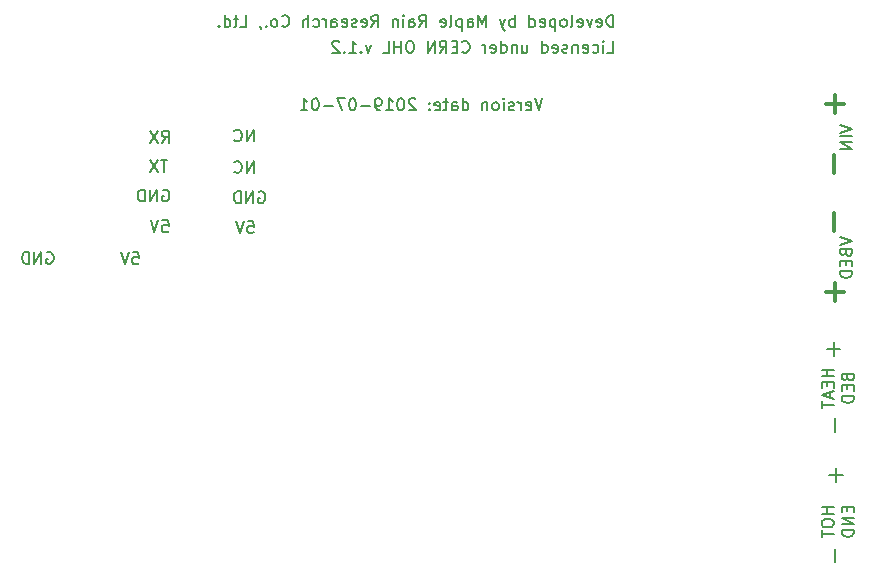
<source format=gbo>
G04 #@! TF.GenerationSoftware,KiCad,Pcbnew,5.0.2-bee76a0~70~ubuntu18.04.1*
G04 #@! TF.CreationDate,2019-07-27T20:10:28+09:00*
G04 #@! TF.ProjectId,MRR_ESPE,4d52525f-4553-4504-952e-6b696361645f,v0.4*
G04 #@! TF.SameCoordinates,Original*
G04 #@! TF.FileFunction,Legend,Bot*
G04 #@! TF.FilePolarity,Positive*
%FSLAX46Y46*%
G04 Gerber Fmt 4.6, Leading zero omitted, Abs format (unit mm)*
G04 Created by KiCad (PCBNEW 5.0.2-bee76a0~70~ubuntu18.04.1) date Sat 27 Jul 2019 08:10:28 PM JST*
%MOMM*%
%LPD*%
G01*
G04 APERTURE LIST*
%ADD10C,0.200000*%
%ADD11C,0.300000*%
G04 APERTURE END LIST*
D10*
X139084142Y-98615428D02*
X139084142Y-97472571D01*
D11*
X139004857Y-70611904D02*
X139004857Y-69088095D01*
D10*
X72389904Y-72398000D02*
X72485142Y-72350380D01*
X72628000Y-72350380D01*
X72770857Y-72398000D01*
X72866095Y-72493238D01*
X72913714Y-72588476D01*
X72961333Y-72778952D01*
X72961333Y-72921809D01*
X72913714Y-73112285D01*
X72866095Y-73207523D01*
X72770857Y-73302761D01*
X72628000Y-73350380D01*
X72532761Y-73350380D01*
X72389904Y-73302761D01*
X72342285Y-73255142D01*
X72342285Y-72921809D01*
X72532761Y-72921809D01*
X71913714Y-73350380D02*
X71913714Y-72350380D01*
X71342285Y-73350380D01*
X71342285Y-72350380D01*
X70866095Y-73350380D02*
X70866095Y-72350380D01*
X70628000Y-72350380D01*
X70485142Y-72398000D01*
X70389904Y-72493238D01*
X70342285Y-72588476D01*
X70294666Y-72778952D01*
X70294666Y-72921809D01*
X70342285Y-73112285D01*
X70389904Y-73207523D01*
X70485142Y-73302761D01*
X70628000Y-73350380D01*
X70866095Y-73350380D01*
X79656476Y-72398380D02*
X80132666Y-72398380D01*
X80180285Y-72874571D01*
X80132666Y-72826952D01*
X80037428Y-72779333D01*
X79799333Y-72779333D01*
X79704095Y-72826952D01*
X79656476Y-72874571D01*
X79608857Y-72969809D01*
X79608857Y-73207904D01*
X79656476Y-73303142D01*
X79704095Y-73350761D01*
X79799333Y-73398380D01*
X80037428Y-73398380D01*
X80132666Y-73350761D01*
X80180285Y-73303142D01*
X79323142Y-72398380D02*
X78989809Y-73398380D01*
X78656476Y-72398380D01*
X139004380Y-93985523D02*
X138004380Y-93985523D01*
X138480571Y-93985523D02*
X138480571Y-94556952D01*
X139004380Y-94556952D02*
X138004380Y-94556952D01*
X138004380Y-95223619D02*
X138004380Y-95414095D01*
X138052000Y-95509333D01*
X138147238Y-95604571D01*
X138337714Y-95652190D01*
X138671047Y-95652190D01*
X138861523Y-95604571D01*
X138956761Y-95509333D01*
X139004380Y-95414095D01*
X139004380Y-95223619D01*
X138956761Y-95128380D01*
X138861523Y-95033142D01*
X138671047Y-94985523D01*
X138337714Y-94985523D01*
X138147238Y-95033142D01*
X138052000Y-95128380D01*
X138004380Y-95223619D01*
X138004380Y-95937904D02*
X138004380Y-96509333D01*
X139004380Y-96223619D02*
X138004380Y-96223619D01*
X140180571Y-93937904D02*
X140180571Y-94271238D01*
X140704380Y-94414095D02*
X140704380Y-93937904D01*
X139704380Y-93937904D01*
X139704380Y-94414095D01*
X140704380Y-94842666D02*
X139704380Y-94842666D01*
X140704380Y-95414095D01*
X139704380Y-95414095D01*
X140704380Y-95890285D02*
X139704380Y-95890285D01*
X139704380Y-96128380D01*
X139752000Y-96271238D01*
X139847238Y-96366476D01*
X139942476Y-96414095D01*
X140132952Y-96461714D01*
X140275809Y-96461714D01*
X140466285Y-96414095D01*
X140561523Y-96366476D01*
X140656761Y-96271238D01*
X140704380Y-96128380D01*
X140704380Y-95890285D01*
X139004380Y-82328380D02*
X138004380Y-82328380D01*
X138480571Y-82328380D02*
X138480571Y-82899809D01*
X139004380Y-82899809D02*
X138004380Y-82899809D01*
X138480571Y-83376000D02*
X138480571Y-83709333D01*
X139004380Y-83852190D02*
X139004380Y-83376000D01*
X138004380Y-83376000D01*
X138004380Y-83852190D01*
X138718666Y-84233142D02*
X138718666Y-84709333D01*
X139004380Y-84137904D02*
X138004380Y-84471238D01*
X139004380Y-84804571D01*
X138004380Y-84995047D02*
X138004380Y-85566476D01*
X139004380Y-85280761D02*
X138004380Y-85280761D01*
X140180571Y-82995047D02*
X140228190Y-83137904D01*
X140275809Y-83185523D01*
X140371047Y-83233142D01*
X140513904Y-83233142D01*
X140609142Y-83185523D01*
X140656761Y-83137904D01*
X140704380Y-83042666D01*
X140704380Y-82661714D01*
X139704380Y-82661714D01*
X139704380Y-82995047D01*
X139752000Y-83090285D01*
X139799619Y-83137904D01*
X139894857Y-83185523D01*
X139990095Y-83185523D01*
X140085333Y-83137904D01*
X140132952Y-83090285D01*
X140180571Y-82995047D01*
X140180571Y-82661714D01*
X140180571Y-83661714D02*
X140180571Y-83995047D01*
X140704380Y-84137904D02*
X140704380Y-83661714D01*
X139704380Y-83661714D01*
X139704380Y-84137904D01*
X140704380Y-84566476D02*
X139704380Y-84566476D01*
X139704380Y-84804571D01*
X139752000Y-84947428D01*
X139847238Y-85042666D01*
X139942476Y-85090285D01*
X140132952Y-85137904D01*
X140275809Y-85137904D01*
X140466285Y-85090285D01*
X140561523Y-85042666D01*
X140656761Y-84947428D01*
X140704380Y-84804571D01*
X140704380Y-84566476D01*
X139554380Y-71090285D02*
X140554380Y-71423619D01*
X139554380Y-71756952D01*
X140030571Y-72423619D02*
X140078190Y-72566476D01*
X140125809Y-72614095D01*
X140221047Y-72661714D01*
X140363904Y-72661714D01*
X140459142Y-72614095D01*
X140506761Y-72566476D01*
X140554380Y-72471238D01*
X140554380Y-72090285D01*
X139554380Y-72090285D01*
X139554380Y-72423619D01*
X139602000Y-72518857D01*
X139649619Y-72566476D01*
X139744857Y-72614095D01*
X139840095Y-72614095D01*
X139935333Y-72566476D01*
X139982952Y-72518857D01*
X140030571Y-72423619D01*
X140030571Y-72090285D01*
X140030571Y-73090285D02*
X140030571Y-73423619D01*
X140554380Y-73566476D02*
X140554380Y-73090285D01*
X139554380Y-73090285D01*
X139554380Y-73566476D01*
X140554380Y-73995047D02*
X139554380Y-73995047D01*
X139554380Y-74233142D01*
X139602000Y-74376000D01*
X139697238Y-74471238D01*
X139792476Y-74518857D01*
X139982952Y-74566476D01*
X140125809Y-74566476D01*
X140316285Y-74518857D01*
X140411523Y-74471238D01*
X140506761Y-74376000D01*
X140554380Y-74233142D01*
X140554380Y-73995047D01*
X139554380Y-61580761D02*
X140554380Y-61914095D01*
X139554380Y-62247428D01*
X140554380Y-62580761D02*
X139554380Y-62580761D01*
X140554380Y-63056952D02*
X139554380Y-63056952D01*
X140554380Y-63628380D01*
X139554380Y-63628380D01*
X139194142Y-91812428D02*
X139194142Y-90669571D01*
X139765571Y-91241000D02*
X138622714Y-91241000D01*
X139009142Y-81132428D02*
X139009142Y-79989571D01*
X139580571Y-80561000D02*
X138437714Y-80561000D01*
X139084142Y-87582428D02*
X139084142Y-86439571D01*
D11*
X138350095Y-59848857D02*
X139873904Y-59848857D01*
X139112000Y-60610761D02*
X139112000Y-59086952D01*
X139004857Y-65667904D02*
X139004857Y-64144095D01*
X138390095Y-75738857D02*
X139913904Y-75738857D01*
X139152000Y-76500761D02*
X139152000Y-74976952D01*
D10*
X114355714Y-59350380D02*
X114022380Y-60350380D01*
X113689047Y-59350380D01*
X112974761Y-60302761D02*
X113070000Y-60350380D01*
X113260476Y-60350380D01*
X113355714Y-60302761D01*
X113403333Y-60207523D01*
X113403333Y-59826571D01*
X113355714Y-59731333D01*
X113260476Y-59683714D01*
X113070000Y-59683714D01*
X112974761Y-59731333D01*
X112927142Y-59826571D01*
X112927142Y-59921809D01*
X113403333Y-60017047D01*
X112498571Y-60350380D02*
X112498571Y-59683714D01*
X112498571Y-59874190D02*
X112450952Y-59778952D01*
X112403333Y-59731333D01*
X112308095Y-59683714D01*
X112212857Y-59683714D01*
X111927142Y-60302761D02*
X111831904Y-60350380D01*
X111641428Y-60350380D01*
X111546190Y-60302761D01*
X111498571Y-60207523D01*
X111498571Y-60159904D01*
X111546190Y-60064666D01*
X111641428Y-60017047D01*
X111784285Y-60017047D01*
X111879523Y-59969428D01*
X111927142Y-59874190D01*
X111927142Y-59826571D01*
X111879523Y-59731333D01*
X111784285Y-59683714D01*
X111641428Y-59683714D01*
X111546190Y-59731333D01*
X111069999Y-60350380D02*
X111069999Y-59683714D01*
X111069999Y-59350380D02*
X111117619Y-59398000D01*
X111069999Y-59445619D01*
X111022380Y-59398000D01*
X111069999Y-59350380D01*
X111069999Y-59445619D01*
X110450952Y-60350380D02*
X110546190Y-60302761D01*
X110593809Y-60255142D01*
X110641428Y-60159904D01*
X110641428Y-59874190D01*
X110593809Y-59778952D01*
X110546190Y-59731333D01*
X110450952Y-59683714D01*
X110308095Y-59683714D01*
X110212857Y-59731333D01*
X110165238Y-59778952D01*
X110117619Y-59874190D01*
X110117619Y-60159904D01*
X110165238Y-60255142D01*
X110212857Y-60302761D01*
X110308095Y-60350380D01*
X110450952Y-60350380D01*
X109689047Y-59683714D02*
X109689047Y-60350380D01*
X109689047Y-59778952D02*
X109641428Y-59731333D01*
X109546190Y-59683714D01*
X109403333Y-59683714D01*
X109308095Y-59731333D01*
X109260476Y-59826571D01*
X109260476Y-60350380D01*
X107593809Y-60350380D02*
X107593809Y-59350380D01*
X107593809Y-60302761D02*
X107689047Y-60350380D01*
X107879523Y-60350380D01*
X107974761Y-60302761D01*
X108022380Y-60255142D01*
X108069999Y-60159904D01*
X108069999Y-59874190D01*
X108022380Y-59778952D01*
X107974761Y-59731333D01*
X107879523Y-59683714D01*
X107689047Y-59683714D01*
X107593809Y-59731333D01*
X106689047Y-60350380D02*
X106689047Y-59826571D01*
X106736666Y-59731333D01*
X106831904Y-59683714D01*
X107022380Y-59683714D01*
X107117619Y-59731333D01*
X106689047Y-60302761D02*
X106784285Y-60350380D01*
X107022380Y-60350380D01*
X107117619Y-60302761D01*
X107165238Y-60207523D01*
X107165238Y-60112285D01*
X107117619Y-60017047D01*
X107022380Y-59969428D01*
X106784285Y-59969428D01*
X106689047Y-59921809D01*
X106355714Y-59683714D02*
X105974761Y-59683714D01*
X106212857Y-59350380D02*
X106212857Y-60207523D01*
X106165238Y-60302761D01*
X106069999Y-60350380D01*
X105974761Y-60350380D01*
X105260476Y-60302761D02*
X105355714Y-60350380D01*
X105546190Y-60350380D01*
X105641428Y-60302761D01*
X105689047Y-60207523D01*
X105689047Y-59826571D01*
X105641428Y-59731333D01*
X105546190Y-59683714D01*
X105355714Y-59683714D01*
X105260476Y-59731333D01*
X105212857Y-59826571D01*
X105212857Y-59921809D01*
X105689047Y-60017047D01*
X104784285Y-60255142D02*
X104736666Y-60302761D01*
X104784285Y-60350380D01*
X104831904Y-60302761D01*
X104784285Y-60255142D01*
X104784285Y-60350380D01*
X104784285Y-59731333D02*
X104736666Y-59778952D01*
X104784285Y-59826571D01*
X104831904Y-59778952D01*
X104784285Y-59731333D01*
X104784285Y-59826571D01*
X103593809Y-59445619D02*
X103546190Y-59398000D01*
X103450952Y-59350380D01*
X103212857Y-59350380D01*
X103117619Y-59398000D01*
X103069999Y-59445619D01*
X103022380Y-59540857D01*
X103022380Y-59636095D01*
X103069999Y-59778952D01*
X103641428Y-60350380D01*
X103022380Y-60350380D01*
X102403333Y-59350380D02*
X102308095Y-59350380D01*
X102212857Y-59398000D01*
X102165238Y-59445619D01*
X102117619Y-59540857D01*
X102069999Y-59731333D01*
X102069999Y-59969428D01*
X102117619Y-60159904D01*
X102165238Y-60255142D01*
X102212857Y-60302761D01*
X102308095Y-60350380D01*
X102403333Y-60350380D01*
X102498571Y-60302761D01*
X102546190Y-60255142D01*
X102593809Y-60159904D01*
X102641428Y-59969428D01*
X102641428Y-59731333D01*
X102593809Y-59540857D01*
X102546190Y-59445619D01*
X102498571Y-59398000D01*
X102403333Y-59350380D01*
X101117619Y-60350380D02*
X101689047Y-60350380D01*
X101403333Y-60350380D02*
X101403333Y-59350380D01*
X101498571Y-59493238D01*
X101593809Y-59588476D01*
X101689047Y-59636095D01*
X100641428Y-60350380D02*
X100450952Y-60350380D01*
X100355714Y-60302761D01*
X100308095Y-60255142D01*
X100212857Y-60112285D01*
X100165238Y-59921809D01*
X100165238Y-59540857D01*
X100212857Y-59445619D01*
X100260476Y-59398000D01*
X100355714Y-59350380D01*
X100546190Y-59350380D01*
X100641428Y-59398000D01*
X100689047Y-59445619D01*
X100736666Y-59540857D01*
X100736666Y-59778952D01*
X100689047Y-59874190D01*
X100641428Y-59921809D01*
X100546190Y-59969428D01*
X100355714Y-59969428D01*
X100260476Y-59921809D01*
X100212857Y-59874190D01*
X100165238Y-59778952D01*
X99736666Y-59969428D02*
X98974761Y-59969428D01*
X98308095Y-59350380D02*
X98212857Y-59350380D01*
X98117619Y-59398000D01*
X98069999Y-59445619D01*
X98022380Y-59540857D01*
X97974761Y-59731333D01*
X97974761Y-59969428D01*
X98022380Y-60159904D01*
X98069999Y-60255142D01*
X98117619Y-60302761D01*
X98212857Y-60350380D01*
X98308095Y-60350380D01*
X98403333Y-60302761D01*
X98450952Y-60255142D01*
X98498571Y-60159904D01*
X98546190Y-59969428D01*
X98546190Y-59731333D01*
X98498571Y-59540857D01*
X98450952Y-59445619D01*
X98403333Y-59398000D01*
X98308095Y-59350380D01*
X97641428Y-59350380D02*
X96974761Y-59350380D01*
X97403333Y-60350380D01*
X96593809Y-59969428D02*
X95831904Y-59969428D01*
X95165238Y-59350380D02*
X95069999Y-59350380D01*
X94974761Y-59398000D01*
X94927142Y-59445619D01*
X94879523Y-59540857D01*
X94831904Y-59731333D01*
X94831904Y-59969428D01*
X94879523Y-60159904D01*
X94927142Y-60255142D01*
X94974761Y-60302761D01*
X95069999Y-60350380D01*
X95165238Y-60350380D01*
X95260476Y-60302761D01*
X95308095Y-60255142D01*
X95355714Y-60159904D01*
X95403333Y-59969428D01*
X95403333Y-59731333D01*
X95355714Y-59540857D01*
X95308095Y-59445619D01*
X95260476Y-59398000D01*
X95165238Y-59350380D01*
X93879523Y-60350380D02*
X94450952Y-60350380D01*
X94165238Y-60350380D02*
X94165238Y-59350380D01*
X94260476Y-59493238D01*
X94355714Y-59588476D01*
X94450952Y-59636095D01*
X120350476Y-53310380D02*
X120350476Y-52310380D01*
X120112380Y-52310380D01*
X119969523Y-52358000D01*
X119874285Y-52453238D01*
X119826666Y-52548476D01*
X119779047Y-52738952D01*
X119779047Y-52881809D01*
X119826666Y-53072285D01*
X119874285Y-53167523D01*
X119969523Y-53262761D01*
X120112380Y-53310380D01*
X120350476Y-53310380D01*
X118969523Y-53262761D02*
X119064761Y-53310380D01*
X119255238Y-53310380D01*
X119350476Y-53262761D01*
X119398095Y-53167523D01*
X119398095Y-52786571D01*
X119350476Y-52691333D01*
X119255238Y-52643714D01*
X119064761Y-52643714D01*
X118969523Y-52691333D01*
X118921904Y-52786571D01*
X118921904Y-52881809D01*
X119398095Y-52977047D01*
X118588571Y-52643714D02*
X118350476Y-53310380D01*
X118112380Y-52643714D01*
X117350476Y-53262761D02*
X117445714Y-53310380D01*
X117636190Y-53310380D01*
X117731428Y-53262761D01*
X117779047Y-53167523D01*
X117779047Y-52786571D01*
X117731428Y-52691333D01*
X117636190Y-52643714D01*
X117445714Y-52643714D01*
X117350476Y-52691333D01*
X117302857Y-52786571D01*
X117302857Y-52881809D01*
X117779047Y-52977047D01*
X116731428Y-53310380D02*
X116826666Y-53262761D01*
X116874285Y-53167523D01*
X116874285Y-52310380D01*
X116207619Y-53310380D02*
X116302857Y-53262761D01*
X116350476Y-53215142D01*
X116398095Y-53119904D01*
X116398095Y-52834190D01*
X116350476Y-52738952D01*
X116302857Y-52691333D01*
X116207619Y-52643714D01*
X116064761Y-52643714D01*
X115969523Y-52691333D01*
X115921904Y-52738952D01*
X115874285Y-52834190D01*
X115874285Y-53119904D01*
X115921904Y-53215142D01*
X115969523Y-53262761D01*
X116064761Y-53310380D01*
X116207619Y-53310380D01*
X115445714Y-52643714D02*
X115445714Y-53643714D01*
X115445714Y-52691333D02*
X115350476Y-52643714D01*
X115160000Y-52643714D01*
X115064761Y-52691333D01*
X115017142Y-52738952D01*
X114969523Y-52834190D01*
X114969523Y-53119904D01*
X115017142Y-53215142D01*
X115064761Y-53262761D01*
X115160000Y-53310380D01*
X115350476Y-53310380D01*
X115445714Y-53262761D01*
X114160000Y-53262761D02*
X114255238Y-53310380D01*
X114445714Y-53310380D01*
X114540952Y-53262761D01*
X114588571Y-53167523D01*
X114588571Y-52786571D01*
X114540952Y-52691333D01*
X114445714Y-52643714D01*
X114255238Y-52643714D01*
X114160000Y-52691333D01*
X114112380Y-52786571D01*
X114112380Y-52881809D01*
X114588571Y-52977047D01*
X113255238Y-53310380D02*
X113255238Y-52310380D01*
X113255238Y-53262761D02*
X113350476Y-53310380D01*
X113540952Y-53310380D01*
X113636190Y-53262761D01*
X113683809Y-53215142D01*
X113731428Y-53119904D01*
X113731428Y-52834190D01*
X113683809Y-52738952D01*
X113636190Y-52691333D01*
X113540952Y-52643714D01*
X113350476Y-52643714D01*
X113255238Y-52691333D01*
X112017142Y-53310380D02*
X112017142Y-52310380D01*
X112017142Y-52691333D02*
X111921904Y-52643714D01*
X111731428Y-52643714D01*
X111636190Y-52691333D01*
X111588571Y-52738952D01*
X111540952Y-52834190D01*
X111540952Y-53119904D01*
X111588571Y-53215142D01*
X111636190Y-53262761D01*
X111731428Y-53310380D01*
X111921904Y-53310380D01*
X112017142Y-53262761D01*
X111207619Y-52643714D02*
X110969523Y-53310380D01*
X110731428Y-52643714D02*
X110969523Y-53310380D01*
X111064761Y-53548476D01*
X111112380Y-53596095D01*
X111207619Y-53643714D01*
X109588571Y-53310380D02*
X109588571Y-52310380D01*
X109255238Y-53024666D01*
X108921904Y-52310380D01*
X108921904Y-53310380D01*
X108017142Y-53310380D02*
X108017142Y-52786571D01*
X108064761Y-52691333D01*
X108160000Y-52643714D01*
X108350476Y-52643714D01*
X108445714Y-52691333D01*
X108017142Y-53262761D02*
X108112380Y-53310380D01*
X108350476Y-53310380D01*
X108445714Y-53262761D01*
X108493333Y-53167523D01*
X108493333Y-53072285D01*
X108445714Y-52977047D01*
X108350476Y-52929428D01*
X108112380Y-52929428D01*
X108017142Y-52881809D01*
X107540952Y-52643714D02*
X107540952Y-53643714D01*
X107540952Y-52691333D02*
X107445714Y-52643714D01*
X107255238Y-52643714D01*
X107160000Y-52691333D01*
X107112380Y-52738952D01*
X107064761Y-52834190D01*
X107064761Y-53119904D01*
X107112380Y-53215142D01*
X107160000Y-53262761D01*
X107255238Y-53310380D01*
X107445714Y-53310380D01*
X107540952Y-53262761D01*
X106493333Y-53310380D02*
X106588571Y-53262761D01*
X106636190Y-53167523D01*
X106636190Y-52310380D01*
X105731428Y-53262761D02*
X105826666Y-53310380D01*
X106017142Y-53310380D01*
X106112380Y-53262761D01*
X106160000Y-53167523D01*
X106160000Y-52786571D01*
X106112380Y-52691333D01*
X106017142Y-52643714D01*
X105826666Y-52643714D01*
X105731428Y-52691333D01*
X105683809Y-52786571D01*
X105683809Y-52881809D01*
X106160000Y-52977047D01*
X103921904Y-53310380D02*
X104255238Y-52834190D01*
X104493333Y-53310380D02*
X104493333Y-52310380D01*
X104112380Y-52310380D01*
X104017142Y-52358000D01*
X103969523Y-52405619D01*
X103921904Y-52500857D01*
X103921904Y-52643714D01*
X103969523Y-52738952D01*
X104017142Y-52786571D01*
X104112380Y-52834190D01*
X104493333Y-52834190D01*
X103064761Y-53310380D02*
X103064761Y-52786571D01*
X103112380Y-52691333D01*
X103207619Y-52643714D01*
X103398095Y-52643714D01*
X103493333Y-52691333D01*
X103064761Y-53262761D02*
X103160000Y-53310380D01*
X103398095Y-53310380D01*
X103493333Y-53262761D01*
X103540952Y-53167523D01*
X103540952Y-53072285D01*
X103493333Y-52977047D01*
X103398095Y-52929428D01*
X103160000Y-52929428D01*
X103064761Y-52881809D01*
X102588571Y-53310380D02*
X102588571Y-52643714D01*
X102588571Y-52310380D02*
X102636190Y-52358000D01*
X102588571Y-52405619D01*
X102540952Y-52358000D01*
X102588571Y-52310380D01*
X102588571Y-52405619D01*
X102112380Y-52643714D02*
X102112380Y-53310380D01*
X102112380Y-52738952D02*
X102064761Y-52691333D01*
X101969523Y-52643714D01*
X101826666Y-52643714D01*
X101731428Y-52691333D01*
X101683809Y-52786571D01*
X101683809Y-53310380D01*
X99874285Y-53310380D02*
X100207619Y-52834190D01*
X100445714Y-53310380D02*
X100445714Y-52310380D01*
X100064761Y-52310380D01*
X99969523Y-52358000D01*
X99921904Y-52405619D01*
X99874285Y-52500857D01*
X99874285Y-52643714D01*
X99921904Y-52738952D01*
X99969523Y-52786571D01*
X100064761Y-52834190D01*
X100445714Y-52834190D01*
X99064761Y-53262761D02*
X99160000Y-53310380D01*
X99350476Y-53310380D01*
X99445714Y-53262761D01*
X99493333Y-53167523D01*
X99493333Y-52786571D01*
X99445714Y-52691333D01*
X99350476Y-52643714D01*
X99160000Y-52643714D01*
X99064761Y-52691333D01*
X99017142Y-52786571D01*
X99017142Y-52881809D01*
X99493333Y-52977047D01*
X98636190Y-53262761D02*
X98540952Y-53310380D01*
X98350476Y-53310380D01*
X98255238Y-53262761D01*
X98207619Y-53167523D01*
X98207619Y-53119904D01*
X98255238Y-53024666D01*
X98350476Y-52977047D01*
X98493333Y-52977047D01*
X98588571Y-52929428D01*
X98636190Y-52834190D01*
X98636190Y-52786571D01*
X98588571Y-52691333D01*
X98493333Y-52643714D01*
X98350476Y-52643714D01*
X98255238Y-52691333D01*
X97398095Y-53262761D02*
X97493333Y-53310380D01*
X97683809Y-53310380D01*
X97779047Y-53262761D01*
X97826666Y-53167523D01*
X97826666Y-52786571D01*
X97779047Y-52691333D01*
X97683809Y-52643714D01*
X97493333Y-52643714D01*
X97398095Y-52691333D01*
X97350476Y-52786571D01*
X97350476Y-52881809D01*
X97826666Y-52977047D01*
X96493333Y-53310380D02*
X96493333Y-52786571D01*
X96540952Y-52691333D01*
X96636190Y-52643714D01*
X96826666Y-52643714D01*
X96921904Y-52691333D01*
X96493333Y-53262761D02*
X96588571Y-53310380D01*
X96826666Y-53310380D01*
X96921904Y-53262761D01*
X96969523Y-53167523D01*
X96969523Y-53072285D01*
X96921904Y-52977047D01*
X96826666Y-52929428D01*
X96588571Y-52929428D01*
X96493333Y-52881809D01*
X96017142Y-53310380D02*
X96017142Y-52643714D01*
X96017142Y-52834190D02*
X95969523Y-52738952D01*
X95921904Y-52691333D01*
X95826666Y-52643714D01*
X95731428Y-52643714D01*
X94969523Y-53262761D02*
X95064761Y-53310380D01*
X95255238Y-53310380D01*
X95350476Y-53262761D01*
X95398095Y-53215142D01*
X95445714Y-53119904D01*
X95445714Y-52834190D01*
X95398095Y-52738952D01*
X95350476Y-52691333D01*
X95255238Y-52643714D01*
X95064761Y-52643714D01*
X94969523Y-52691333D01*
X94540952Y-53310380D02*
X94540952Y-52310380D01*
X94112380Y-53310380D02*
X94112380Y-52786571D01*
X94160000Y-52691333D01*
X94255238Y-52643714D01*
X94398095Y-52643714D01*
X94493333Y-52691333D01*
X94540952Y-52738952D01*
X92302857Y-53215142D02*
X92350476Y-53262761D01*
X92493333Y-53310380D01*
X92588571Y-53310380D01*
X92731428Y-53262761D01*
X92826666Y-53167523D01*
X92874285Y-53072285D01*
X92921904Y-52881809D01*
X92921904Y-52738952D01*
X92874285Y-52548476D01*
X92826666Y-52453238D01*
X92731428Y-52358000D01*
X92588571Y-52310380D01*
X92493333Y-52310380D01*
X92350476Y-52358000D01*
X92302857Y-52405619D01*
X91731428Y-53310380D02*
X91826666Y-53262761D01*
X91874285Y-53215142D01*
X91921904Y-53119904D01*
X91921904Y-52834190D01*
X91874285Y-52738952D01*
X91826666Y-52691333D01*
X91731428Y-52643714D01*
X91588571Y-52643714D01*
X91493333Y-52691333D01*
X91445714Y-52738952D01*
X91398095Y-52834190D01*
X91398095Y-53119904D01*
X91445714Y-53215142D01*
X91493333Y-53262761D01*
X91588571Y-53310380D01*
X91731428Y-53310380D01*
X90969523Y-53215142D02*
X90921904Y-53262761D01*
X90969523Y-53310380D01*
X91017142Y-53262761D01*
X90969523Y-53215142D01*
X90969523Y-53310380D01*
X90445714Y-53262761D02*
X90445714Y-53310380D01*
X90493333Y-53405619D01*
X90540952Y-53453238D01*
X88779047Y-53310380D02*
X89255238Y-53310380D01*
X89255238Y-52310380D01*
X88588571Y-52643714D02*
X88207619Y-52643714D01*
X88445714Y-52310380D02*
X88445714Y-53167523D01*
X88398095Y-53262761D01*
X88302857Y-53310380D01*
X88207619Y-53310380D01*
X87445714Y-53310380D02*
X87445714Y-52310380D01*
X87445714Y-53262761D02*
X87540952Y-53310380D01*
X87731428Y-53310380D01*
X87826666Y-53262761D01*
X87874285Y-53215142D01*
X87921904Y-53119904D01*
X87921904Y-52834190D01*
X87874285Y-52738952D01*
X87826666Y-52691333D01*
X87731428Y-52643714D01*
X87540952Y-52643714D01*
X87445714Y-52691333D01*
X86969523Y-53215142D02*
X86921904Y-53262761D01*
X86969523Y-53310380D01*
X87017142Y-53262761D01*
X86969523Y-53215142D01*
X86969523Y-53310380D01*
X119850952Y-55490380D02*
X120327142Y-55490380D01*
X120327142Y-54490380D01*
X119517619Y-55490380D02*
X119517619Y-54823714D01*
X119517619Y-54490380D02*
X119565238Y-54538000D01*
X119517619Y-54585619D01*
X119470000Y-54538000D01*
X119517619Y-54490380D01*
X119517619Y-54585619D01*
X118612857Y-55442761D02*
X118708095Y-55490380D01*
X118898571Y-55490380D01*
X118993809Y-55442761D01*
X119041428Y-55395142D01*
X119089047Y-55299904D01*
X119089047Y-55014190D01*
X119041428Y-54918952D01*
X118993809Y-54871333D01*
X118898571Y-54823714D01*
X118708095Y-54823714D01*
X118612857Y-54871333D01*
X117803333Y-55442761D02*
X117898571Y-55490380D01*
X118089047Y-55490380D01*
X118184285Y-55442761D01*
X118231904Y-55347523D01*
X118231904Y-54966571D01*
X118184285Y-54871333D01*
X118089047Y-54823714D01*
X117898571Y-54823714D01*
X117803333Y-54871333D01*
X117755714Y-54966571D01*
X117755714Y-55061809D01*
X118231904Y-55157047D01*
X117327142Y-54823714D02*
X117327142Y-55490380D01*
X117327142Y-54918952D02*
X117279523Y-54871333D01*
X117184285Y-54823714D01*
X117041428Y-54823714D01*
X116946190Y-54871333D01*
X116898571Y-54966571D01*
X116898571Y-55490380D01*
X116470000Y-55442761D02*
X116374761Y-55490380D01*
X116184285Y-55490380D01*
X116089047Y-55442761D01*
X116041428Y-55347523D01*
X116041428Y-55299904D01*
X116089047Y-55204666D01*
X116184285Y-55157047D01*
X116327142Y-55157047D01*
X116422380Y-55109428D01*
X116470000Y-55014190D01*
X116470000Y-54966571D01*
X116422380Y-54871333D01*
X116327142Y-54823714D01*
X116184285Y-54823714D01*
X116089047Y-54871333D01*
X115231904Y-55442761D02*
X115327142Y-55490380D01*
X115517619Y-55490380D01*
X115612857Y-55442761D01*
X115660476Y-55347523D01*
X115660476Y-54966571D01*
X115612857Y-54871333D01*
X115517619Y-54823714D01*
X115327142Y-54823714D01*
X115231904Y-54871333D01*
X115184285Y-54966571D01*
X115184285Y-55061809D01*
X115660476Y-55157047D01*
X114327142Y-55490380D02*
X114327142Y-54490380D01*
X114327142Y-55442761D02*
X114422380Y-55490380D01*
X114612857Y-55490380D01*
X114708095Y-55442761D01*
X114755714Y-55395142D01*
X114803333Y-55299904D01*
X114803333Y-55014190D01*
X114755714Y-54918952D01*
X114708095Y-54871333D01*
X114612857Y-54823714D01*
X114422380Y-54823714D01*
X114327142Y-54871333D01*
X112660476Y-54823714D02*
X112660476Y-55490380D01*
X113089047Y-54823714D02*
X113089047Y-55347523D01*
X113041428Y-55442761D01*
X112946190Y-55490380D01*
X112803333Y-55490380D01*
X112708095Y-55442761D01*
X112660476Y-55395142D01*
X112184285Y-54823714D02*
X112184285Y-55490380D01*
X112184285Y-54918952D02*
X112136666Y-54871333D01*
X112041428Y-54823714D01*
X111898571Y-54823714D01*
X111803333Y-54871333D01*
X111755714Y-54966571D01*
X111755714Y-55490380D01*
X110850952Y-55490380D02*
X110850952Y-54490380D01*
X110850952Y-55442761D02*
X110946190Y-55490380D01*
X111136666Y-55490380D01*
X111231904Y-55442761D01*
X111279523Y-55395142D01*
X111327142Y-55299904D01*
X111327142Y-55014190D01*
X111279523Y-54918952D01*
X111231904Y-54871333D01*
X111136666Y-54823714D01*
X110946190Y-54823714D01*
X110850952Y-54871333D01*
X109993809Y-55442761D02*
X110089047Y-55490380D01*
X110279523Y-55490380D01*
X110374761Y-55442761D01*
X110422380Y-55347523D01*
X110422380Y-54966571D01*
X110374761Y-54871333D01*
X110279523Y-54823714D01*
X110089047Y-54823714D01*
X109993809Y-54871333D01*
X109946190Y-54966571D01*
X109946190Y-55061809D01*
X110422380Y-55157047D01*
X109517619Y-55490380D02*
X109517619Y-54823714D01*
X109517619Y-55014190D02*
X109470000Y-54918952D01*
X109422380Y-54871333D01*
X109327142Y-54823714D01*
X109231904Y-54823714D01*
X107565238Y-55395142D02*
X107612857Y-55442761D01*
X107755714Y-55490380D01*
X107850952Y-55490380D01*
X107993809Y-55442761D01*
X108089047Y-55347523D01*
X108136666Y-55252285D01*
X108184285Y-55061809D01*
X108184285Y-54918952D01*
X108136666Y-54728476D01*
X108089047Y-54633238D01*
X107993809Y-54538000D01*
X107850952Y-54490380D01*
X107755714Y-54490380D01*
X107612857Y-54538000D01*
X107565238Y-54585619D01*
X107136666Y-54966571D02*
X106803333Y-54966571D01*
X106660476Y-55490380D02*
X107136666Y-55490380D01*
X107136666Y-54490380D01*
X106660476Y-54490380D01*
X105660476Y-55490380D02*
X105993809Y-55014190D01*
X106231904Y-55490380D02*
X106231904Y-54490380D01*
X105850952Y-54490380D01*
X105755714Y-54538000D01*
X105708095Y-54585619D01*
X105660476Y-54680857D01*
X105660476Y-54823714D01*
X105708095Y-54918952D01*
X105755714Y-54966571D01*
X105850952Y-55014190D01*
X106231904Y-55014190D01*
X105231904Y-55490380D02*
X105231904Y-54490380D01*
X104660476Y-55490380D01*
X104660476Y-54490380D01*
X103231904Y-54490380D02*
X103041428Y-54490380D01*
X102946190Y-54538000D01*
X102850952Y-54633238D01*
X102803333Y-54823714D01*
X102803333Y-55157047D01*
X102850952Y-55347523D01*
X102946190Y-55442761D01*
X103041428Y-55490380D01*
X103231904Y-55490380D01*
X103327142Y-55442761D01*
X103422380Y-55347523D01*
X103470000Y-55157047D01*
X103470000Y-54823714D01*
X103422380Y-54633238D01*
X103327142Y-54538000D01*
X103231904Y-54490380D01*
X102374761Y-55490380D02*
X102374761Y-54490380D01*
X102374761Y-54966571D02*
X101803333Y-54966571D01*
X101803333Y-55490380D02*
X101803333Y-54490380D01*
X100850952Y-55490380D02*
X101327142Y-55490380D01*
X101327142Y-54490380D01*
X99850952Y-54823714D02*
X99612857Y-55490380D01*
X99374761Y-54823714D01*
X98993809Y-55395142D02*
X98946190Y-55442761D01*
X98993809Y-55490380D01*
X99041428Y-55442761D01*
X98993809Y-55395142D01*
X98993809Y-55490380D01*
X97993809Y-55490380D02*
X98565238Y-55490380D01*
X98279523Y-55490380D02*
X98279523Y-54490380D01*
X98374761Y-54633238D01*
X98470000Y-54728476D01*
X98565238Y-54776095D01*
X97565238Y-55395142D02*
X97517619Y-55442761D01*
X97565238Y-55490380D01*
X97612857Y-55442761D01*
X97565238Y-55395142D01*
X97565238Y-55490380D01*
X97136666Y-54585619D02*
X97089047Y-54538000D01*
X96993809Y-54490380D01*
X96755714Y-54490380D01*
X96660476Y-54538000D01*
X96612857Y-54585619D01*
X96565238Y-54680857D01*
X96565238Y-54776095D01*
X96612857Y-54918952D01*
X97184285Y-55490380D01*
X96565238Y-55490380D01*
X82124245Y-63102420D02*
X82457579Y-62626230D01*
X82695674Y-63102420D02*
X82695674Y-62102420D01*
X82314721Y-62102420D01*
X82219483Y-62150040D01*
X82171864Y-62197659D01*
X82124245Y-62292897D01*
X82124245Y-62435754D01*
X82171864Y-62530992D01*
X82219483Y-62578611D01*
X82314721Y-62626230D01*
X82695674Y-62626230D01*
X81790912Y-62102420D02*
X81124245Y-63102420D01*
X81124245Y-62102420D02*
X81790912Y-63102420D01*
X82594483Y-64602420D02*
X82023055Y-64602420D01*
X82308769Y-65602420D02*
X82308769Y-64602420D01*
X81784959Y-64602420D02*
X81118293Y-65602420D01*
X81118293Y-64602420D02*
X81784959Y-65602420D01*
X89893293Y-63002420D02*
X89893293Y-62002420D01*
X89321864Y-63002420D01*
X89321864Y-62002420D01*
X88274245Y-62907182D02*
X88321864Y-62954801D01*
X88464721Y-63002420D01*
X88559959Y-63002420D01*
X88702817Y-62954801D01*
X88798055Y-62859563D01*
X88845674Y-62764325D01*
X88893293Y-62573849D01*
X88893293Y-62430992D01*
X88845674Y-62240516D01*
X88798055Y-62145278D01*
X88702817Y-62050040D01*
X88559959Y-62002420D01*
X88464721Y-62002420D01*
X88321864Y-62050040D01*
X88274245Y-62097659D01*
X89893293Y-65652420D02*
X89893293Y-64652420D01*
X89321864Y-65652420D01*
X89321864Y-64652420D01*
X88274245Y-65557182D02*
X88321864Y-65604801D01*
X88464721Y-65652420D01*
X88559959Y-65652420D01*
X88702817Y-65604801D01*
X88798055Y-65509563D01*
X88845674Y-65414325D01*
X88893293Y-65223849D01*
X88893293Y-65080992D01*
X88845674Y-64890516D01*
X88798055Y-64795278D01*
X88702817Y-64700040D01*
X88559959Y-64652420D01*
X88464721Y-64652420D01*
X88321864Y-64700040D01*
X88274245Y-64747659D01*
X90319483Y-67275040D02*
X90414721Y-67227420D01*
X90557579Y-67227420D01*
X90700436Y-67275040D01*
X90795674Y-67370278D01*
X90843293Y-67465516D01*
X90890912Y-67655992D01*
X90890912Y-67798849D01*
X90843293Y-67989325D01*
X90795674Y-68084563D01*
X90700436Y-68179801D01*
X90557579Y-68227420D01*
X90462340Y-68227420D01*
X90319483Y-68179801D01*
X90271864Y-68132182D01*
X90271864Y-67798849D01*
X90462340Y-67798849D01*
X89843293Y-68227420D02*
X89843293Y-67227420D01*
X89271864Y-68227420D01*
X89271864Y-67227420D01*
X88795674Y-68227420D02*
X88795674Y-67227420D01*
X88557579Y-67227420D01*
X88414721Y-67275040D01*
X88319483Y-67370278D01*
X88271864Y-67465516D01*
X88224245Y-67655992D01*
X88224245Y-67798849D01*
X88271864Y-67989325D01*
X88319483Y-68084563D01*
X88414721Y-68179801D01*
X88557579Y-68227420D01*
X88795674Y-68227420D01*
X82194483Y-67125040D02*
X82289721Y-67077420D01*
X82432579Y-67077420D01*
X82575436Y-67125040D01*
X82670674Y-67220278D01*
X82718293Y-67315516D01*
X82765912Y-67505992D01*
X82765912Y-67648849D01*
X82718293Y-67839325D01*
X82670674Y-67934563D01*
X82575436Y-68029801D01*
X82432579Y-68077420D01*
X82337340Y-68077420D01*
X82194483Y-68029801D01*
X82146864Y-67982182D01*
X82146864Y-67648849D01*
X82337340Y-67648849D01*
X81718293Y-68077420D02*
X81718293Y-67077420D01*
X81146864Y-68077420D01*
X81146864Y-67077420D01*
X80670674Y-68077420D02*
X80670674Y-67077420D01*
X80432579Y-67077420D01*
X80289721Y-67125040D01*
X80194483Y-67220278D01*
X80146864Y-67315516D01*
X80099245Y-67505992D01*
X80099245Y-67648849D01*
X80146864Y-67839325D01*
X80194483Y-67934563D01*
X80289721Y-68029801D01*
X80432579Y-68077420D01*
X80670674Y-68077420D01*
X82173055Y-69677420D02*
X82649245Y-69677420D01*
X82696864Y-70153611D01*
X82649245Y-70105992D01*
X82554007Y-70058373D01*
X82315912Y-70058373D01*
X82220674Y-70105992D01*
X82173055Y-70153611D01*
X82125436Y-70248849D01*
X82125436Y-70486944D01*
X82173055Y-70582182D01*
X82220674Y-70629801D01*
X82315912Y-70677420D01*
X82554007Y-70677420D01*
X82649245Y-70629801D01*
X82696864Y-70582182D01*
X81839721Y-69677420D02*
X81506388Y-70677420D01*
X81173055Y-69677420D01*
X89398055Y-69752420D02*
X89874245Y-69752420D01*
X89921864Y-70228611D01*
X89874245Y-70180992D01*
X89779007Y-70133373D01*
X89540912Y-70133373D01*
X89445674Y-70180992D01*
X89398055Y-70228611D01*
X89350436Y-70323849D01*
X89350436Y-70561944D01*
X89398055Y-70657182D01*
X89445674Y-70704801D01*
X89540912Y-70752420D01*
X89779007Y-70752420D01*
X89874245Y-70704801D01*
X89921864Y-70657182D01*
X89064721Y-69752420D02*
X88731388Y-70752420D01*
X88398055Y-69752420D01*
M02*

</source>
